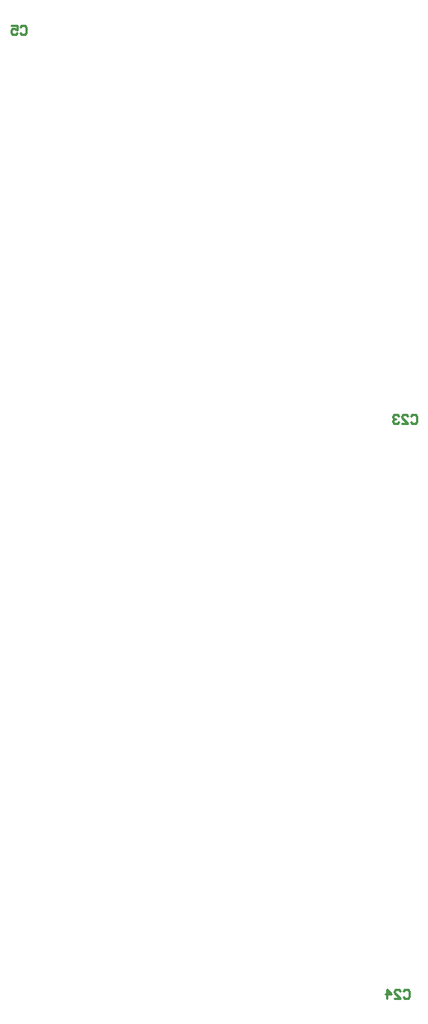
<source format=gbr>
%TF.GenerationSoftware,Altium Limited,Altium Designer,24.7.2 (38)*%
G04 Layer_Color=32896*
%FSLAX45Y45*%
%MOMM*%
%TF.SameCoordinates,74662405-AD21-4814-813C-A76D1C426129*%
%TF.FilePolarity,Positive*%
%TF.FileFunction,Legend,Bot*%
%TF.Part,Single*%
G01*
G75*
%TA.AperFunction,NonConductor*%
%ADD43C,0.25400*%
D43*
X7903628Y14847136D02*
X7920556Y14864064D01*
X7954411D01*
X7971339Y14847136D01*
Y14779424D01*
X7954411Y14762497D01*
X7920556D01*
X7903628Y14779424D01*
X7802061Y14864064D02*
X7869772D01*
Y14813280D01*
X7835916Y14830208D01*
X7818988D01*
X7802061Y14813280D01*
Y14779424D01*
X7818988Y14762497D01*
X7852844D01*
X7869772Y14779424D01*
X12234312Y3958156D02*
X12251239Y3975084D01*
X12285095D01*
X12302023Y3958156D01*
Y3890444D01*
X12285095Y3873517D01*
X12251239D01*
X12234312Y3890444D01*
X12132744Y3873517D02*
X12200456D01*
X12132744Y3941228D01*
Y3958156D01*
X12149672Y3975084D01*
X12183528D01*
X12200456Y3958156D01*
X12048105Y3873517D02*
Y3975084D01*
X12098888Y3924300D01*
X12031177D01*
X12323212Y10448756D02*
X12340139Y10465684D01*
X12373995D01*
X12390923Y10448756D01*
Y10381044D01*
X12373995Y10364116D01*
X12340139D01*
X12323212Y10381044D01*
X12221644Y10364116D02*
X12289356D01*
X12221644Y10431828D01*
Y10448756D01*
X12238572Y10465684D01*
X12272428D01*
X12289356Y10448756D01*
X12187788D02*
X12170861Y10465684D01*
X12137005D01*
X12120077Y10448756D01*
Y10431828D01*
X12137005Y10414900D01*
X12153933D01*
X12137005D01*
X12120077Y10397972D01*
Y10381044D01*
X12137005Y10364116D01*
X12170861D01*
X12187788Y10381044D01*
%TF.MD5,7c00710b8baf2c1c41f26c0f90659ba1*%
M02*

</source>
